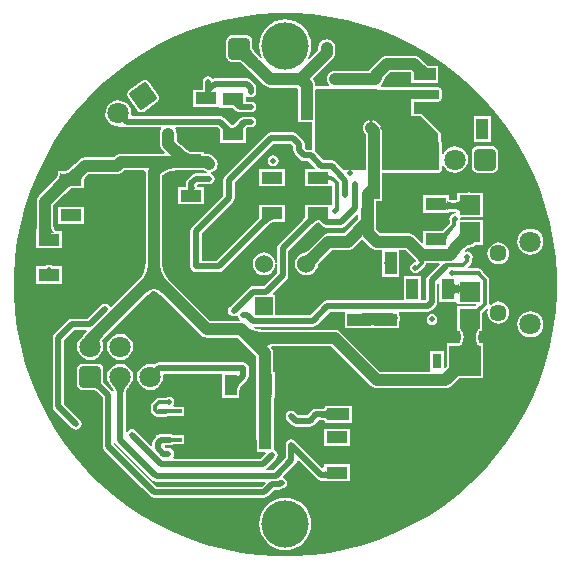
<source format=gbl>
G04*
G04 #@! TF.GenerationSoftware,Altium Limited,Altium Designer,18.1.9 (240)*
G04*
G04 Layer_Physical_Order=2*
G04 Layer_Color=16711680*
%FSLAX25Y25*%
%MOIN*%
G70*
G01*
G75*
%ADD11C,0.01968*%
%ADD15R,0.03000X0.05000*%
%ADD16R,0.10512X0.10000*%
%ADD18R,0.06890X0.06693*%
%ADD32R,0.07362X0.04055*%
%ADD34R,0.07087X0.04134*%
%ADD35R,0.04055X0.07362*%
G04:AMPARAMS|DCode=36|XSize=70.87mil|YSize=70.87mil|CornerRadius=8.86mil|HoleSize=0mil|Usage=FLASHONLY|Rotation=180.000|XOffset=0mil|YOffset=0mil|HoleType=Round|Shape=RoundedRectangle|*
%AMROUNDEDRECTD36*
21,1,0.07087,0.05315,0,0,180.0*
21,1,0.05315,0.07087,0,0,180.0*
1,1,0.01772,-0.02657,0.02657*
1,1,0.01772,0.02657,0.02657*
1,1,0.01772,0.02657,-0.02657*
1,1,0.01772,-0.02657,-0.02657*
%
%ADD36ROUNDEDRECTD36*%
%ADD37C,0.07087*%
%ADD38C,0.05709*%
G04:AMPARAMS|DCode=39|XSize=70.87mil|YSize=70.87mil|CornerRadius=8.86mil|HoleSize=0mil|Usage=FLASHONLY|Rotation=215.000|XOffset=0mil|YOffset=0mil|HoleType=Round|Shape=RoundedRectangle|*
%AMROUNDEDRECTD39*
21,1,0.07087,0.05315,0,0,215.0*
21,1,0.05315,0.07087,0,0,215.0*
1,1,0.01772,-0.03701,0.00653*
1,1,0.01772,0.00653,0.03701*
1,1,0.01772,0.03701,-0.00653*
1,1,0.01772,-0.00653,-0.03701*
%
%ADD39ROUNDEDRECTD39*%
%ADD40C,0.06000*%
%ADD41R,0.06000X0.06000*%
%ADD42C,0.01968*%
%ADD44C,0.15748*%
%ADD45C,0.03937*%
%ADD46C,0.02165*%
%ADD47C,0.01378*%
%ADD48R,0.04134X0.07087*%
%ADD49R,0.07874X0.01575*%
G36*
X8880Y90163D02*
X14758Y89390D01*
X20573Y88233D01*
X26300Y86699D01*
X31914Y84793D01*
X37391Y82524D01*
X42708Y79902D01*
X47843Y76938D01*
X52772Y73644D01*
X57476Y70034D01*
X61933Y66126D01*
X66126Y61933D01*
X70034Y57476D01*
X73644Y52772D01*
X76938Y47843D01*
X79902Y42708D01*
X82524Y37391D01*
X84793Y31914D01*
X86699Y26300D01*
X88233Y20573D01*
X89390Y14758D01*
X90163Y8880D01*
X90551Y2964D01*
Y0D01*
Y-2964D01*
X90163Y-8880D01*
X89390Y-14758D01*
X88233Y-20573D01*
X86699Y-26300D01*
X84793Y-31914D01*
X82524Y-37391D01*
X79902Y-42708D01*
X76938Y-47843D01*
X73644Y-52772D01*
X70034Y-57476D01*
X66126Y-61933D01*
X61933Y-66126D01*
X57476Y-70034D01*
X52772Y-73644D01*
X47843Y-76938D01*
X42708Y-79902D01*
X37391Y-82524D01*
X31914Y-84793D01*
X26300Y-86699D01*
X20573Y-88233D01*
X14758Y-89390D01*
X8880Y-90163D01*
X2964Y-90551D01*
X-2964D01*
X-8880Y-90163D01*
X-14758Y-89390D01*
X-20573Y-88233D01*
X-26300Y-86699D01*
X-31914Y-84793D01*
X-37391Y-82524D01*
X-42708Y-79902D01*
X-47843Y-76938D01*
X-52772Y-73644D01*
X-57476Y-70034D01*
X-61933Y-66126D01*
X-66126Y-61933D01*
X-70034Y-57476D01*
X-73644Y-52772D01*
X-76938Y-47843D01*
X-79902Y-42708D01*
X-82524Y-37391D01*
X-84793Y-31914D01*
X-86699Y-26300D01*
X-88233Y-20573D01*
X-89390Y-14758D01*
X-90163Y-8880D01*
X-90551Y-2964D01*
Y0D01*
Y2964D01*
X-90163Y8880D01*
X-89390Y14758D01*
X-88233Y20573D01*
X-86699Y26300D01*
X-84793Y31914D01*
X-82524Y37391D01*
X-79902Y42708D01*
X-76938Y47843D01*
X-73644Y52772D01*
X-70034Y57476D01*
X-66126Y61933D01*
X-61933Y66126D01*
X-57476Y70034D01*
X-52772Y73644D01*
X-47843Y76938D01*
X-42708Y79902D01*
X-37391Y82524D01*
X-31914Y84793D01*
X-26300Y86699D01*
X-20573Y88233D01*
X-14758Y89390D01*
X-8880Y90163D01*
X-2964Y90551D01*
X2964D01*
X8880Y90163D01*
D02*
G37*
%LPC*%
G36*
X0Y88428D02*
X-1698Y88261D01*
X-3331Y87765D01*
X-4835Y86961D01*
X-6154Y85879D01*
X-7237Y84560D01*
X-8041Y83055D01*
X-8536Y81422D01*
X-8703Y79724D01*
X-8536Y78026D01*
X-8041Y76394D01*
X-7731Y75814D01*
X-8137Y75513D01*
X-8539Y75915D01*
X-9805Y77277D01*
X-10328Y77930D01*
X-10739Y78520D01*
X-10932Y78857D01*
Y81398D01*
X-11062Y82051D01*
X-11432Y82604D01*
X-11985Y82974D01*
X-12638Y83104D01*
X-17953D01*
X-18606Y82974D01*
X-19159Y82604D01*
X-19529Y82051D01*
X-19659Y81398D01*
Y76083D01*
X-19529Y75430D01*
X-19159Y74876D01*
X-18606Y74506D01*
X-17953Y74377D01*
X-15412D01*
X-15075Y74184D01*
X-14494Y73779D01*
X-13094Y72593D01*
X-12654Y72167D01*
X-7278Y66792D01*
X-7084Y66538D01*
X-6508Y66097D01*
X-5838Y65819D01*
X-5118Y65724D01*
X3967D01*
X4356Y65335D01*
Y63130D01*
X4350D01*
Y54193D01*
X9040D01*
Y45330D01*
X8653Y45013D01*
X8423Y45058D01*
X7145D01*
X6533Y45671D01*
Y46949D01*
X6388Y47679D01*
X5974Y48297D01*
X4063Y50209D01*
X3444Y50622D01*
X2715Y50767D01*
X-4740D01*
X-5469Y50622D01*
X-6088Y50209D01*
X-20048Y36248D01*
X-20462Y35630D01*
X-20607Y34900D01*
Y29724D01*
X-31116Y19215D01*
X-31529Y18597D01*
X-31674Y17867D01*
Y6144D01*
X-31529Y5414D01*
X-31116Y4796D01*
X-30497Y4383D01*
X-29768Y4237D01*
X-22104D01*
X-21374Y4383D01*
X-20755Y4796D01*
X-14400Y11152D01*
X-14312Y11282D01*
X-5489Y20105D01*
X-5281Y20287D01*
X-4974Y20526D01*
X-4694Y20715D01*
X-4444Y20856D01*
X-4229Y20949D01*
X-4191Y20961D01*
X-3439D01*
X-3424Y20958D01*
X-3415Y20961D01*
X-146D01*
Y26669D01*
X-8807D01*
Y23316D01*
X-8809Y23301D01*
X-8807Y23292D01*
Y22324D01*
X-8913Y22175D01*
X-9541Y21447D01*
X-17096Y13892D01*
X-17184Y13761D01*
X-22894Y8051D01*
X-27861D01*
Y17077D01*
X-17352Y27586D01*
X-17352Y27586D01*
X-16938Y28205D01*
X-16793Y28935D01*
X-16793Y28935D01*
Y34110D01*
X-3950Y46954D01*
X1925D01*
X2719Y46159D01*
Y44881D01*
X2864Y44151D01*
X3278Y43532D01*
X5007Y41803D01*
X5625Y41390D01*
X6355Y41245D01*
X7633D01*
X9936Y38942D01*
X9745Y38480D01*
X6496D01*
Y32772D01*
X15157D01*
Y32772D01*
X15654Y32763D01*
Y26678D01*
X15157Y26669D01*
Y26669D01*
X6496D01*
Y23316D01*
X6494Y23301D01*
X6496Y23292D01*
Y22324D01*
X6390Y22175D01*
X5762Y21447D01*
X-2217Y13468D01*
X-2630Y12849D01*
X-2775Y12120D01*
Y7220D01*
X-3275Y7188D01*
X-3290Y7300D01*
X-3381Y7991D01*
X-3763Y8913D01*
X-4370Y9704D01*
X-5161Y10311D01*
X-6082Y10693D01*
X-7071Y10823D01*
X-8060Y10693D01*
X-8981Y10311D01*
X-9772Y9704D01*
X-10379Y8913D01*
X-10761Y7991D01*
X-10891Y7002D01*
X-10761Y6014D01*
X-10379Y5093D01*
X-9772Y4301D01*
X-8981Y3694D01*
X-8060Y3313D01*
X-7071Y3182D01*
X-6082Y3313D01*
X-5161Y3694D01*
X-4370Y4301D01*
X-3763Y5093D01*
X-3381Y6014D01*
X-3290Y6705D01*
X-3275Y6818D01*
X-2775Y6785D01*
Y3901D01*
X-7040Y-363D01*
X-10846D01*
X-10846Y-363D01*
X-11575Y-508D01*
X-12194Y-921D01*
X-12194Y-921D01*
X-18524Y-7252D01*
X-18937Y-7870D01*
X-19083Y-8600D01*
X-18937Y-9329D01*
X-18524Y-9948D01*
X-17906Y-10361D01*
X-17176Y-10507D01*
X-16446Y-10361D01*
X-16364Y-10306D01*
X-15809Y-10537D01*
X-15762Y-10774D01*
X-15348Y-11392D01*
X-15064Y-11582D01*
X-15215Y-12083D01*
X-25010D01*
X-38627Y1535D01*
X-38968Y1901D01*
X-39403Y2444D01*
X-39784Y3006D01*
X-40114Y3587D01*
X-40392Y4187D01*
X-40620Y4808D01*
X-40798Y5452D01*
X-40925Y6119D01*
X-41002Y6811D01*
X-41019Y7310D01*
Y36455D01*
X-40814Y36618D01*
X-40271Y36982D01*
X-39706Y37297D01*
X-39118Y37564D01*
X-38507Y37782D01*
X-37870Y37952D01*
X-37207Y38074D01*
X-36517Y38148D01*
X-36027Y38165D01*
X-27098D01*
X-26685Y37849D01*
X-26184Y37641D01*
X-26283Y37141D01*
X-29724D01*
X-30416Y37003D01*
X-31002Y36612D01*
X-32577Y35037D01*
X-32968Y34451D01*
X-33105Y33760D01*
Y33299D01*
X-33120Y33136D01*
X-33158Y32908D01*
X-33204Y32736D01*
X-33249Y32624D01*
X-33277Y32579D01*
X-35630D01*
Y26870D01*
X-26969D01*
Y32579D01*
X-29322D01*
X-29349Y32624D01*
X-29395Y32736D01*
X-29441Y32908D01*
X-29463Y33042D01*
X-28976Y33528D01*
X-25295D01*
X-24604Y33666D01*
X-24018Y34057D01*
X-23626Y34643D01*
X-23489Y35335D01*
X-23626Y36026D01*
X-24018Y36612D01*
X-24604Y37003D01*
X-24784Y37039D01*
X-24767Y37546D01*
X-24576Y37571D01*
X-23905Y37849D01*
X-23330Y38290D01*
X-22888Y38866D01*
X-22610Y39536D01*
X-22516Y40256D01*
X-22610Y40975D01*
X-22888Y41646D01*
X-23330Y42221D01*
X-24019Y42910D01*
X-24595Y43352D01*
X-25265Y43630D01*
X-25984Y43725D01*
X-26969D01*
Y44390D01*
X-31844D01*
X-32014Y44470D01*
X-32590Y44822D01*
X-33240Y45292D01*
X-34790Y46626D01*
X-35280Y47101D01*
X-36197Y48018D01*
Y50394D01*
X-36291Y51113D01*
X-36569Y51784D01*
X-36677Y51924D01*
X-36430Y52424D01*
X-22443D01*
X-21654Y51634D01*
Y47244D01*
X-12992D01*
Y52136D01*
X-12989Y52153D01*
X-12607Y52426D01*
X-11467D01*
X-10776Y52563D01*
X-10190Y52955D01*
X-9798Y53541D01*
X-9661Y54232D01*
X-9798Y54923D01*
X-10190Y55510D01*
X-10776Y55901D01*
X-11467Y56039D01*
X-13633D01*
X-14324Y55901D01*
X-14910Y55510D01*
X-16624Y53796D01*
X-16770Y53672D01*
X-17007Y53494D01*
X-17238Y53344D01*
X-17462Y53220D01*
X-17680Y53122D01*
X-17731Y53105D01*
X-20305Y55679D01*
X-20924Y56092D01*
X-21654Y56237D01*
X-50841D01*
X-51291Y56737D01*
X-51259Y57467D01*
X-51506Y58581D01*
X-52032Y59592D01*
X-52802Y60433D01*
X-53764Y61045D01*
X-54852Y61388D01*
X-55991Y61438D01*
X-57104Y61191D01*
X-58116Y60665D01*
X-58956Y59894D01*
X-59569Y58933D01*
X-59912Y57845D01*
X-59962Y56706D01*
X-59715Y55593D01*
X-59188Y54581D01*
X-58418Y53741D01*
X-57456Y53128D01*
X-56369Y52785D01*
X-55230Y52735D01*
X-54181Y52968D01*
X-53584Y52569D01*
X-52854Y52424D01*
X-41522D01*
X-41276Y51924D01*
X-41384Y51784D01*
X-41661Y51113D01*
X-41756Y50394D01*
Y46866D01*
X-41661Y46147D01*
X-41384Y45476D01*
X-40942Y44901D01*
X-40228Y44186D01*
X-40419Y43725D01*
X-54807D01*
X-55527Y43630D01*
X-56197Y43352D01*
X-56773Y42910D01*
X-57198Y42485D01*
X-66803D01*
X-67523Y42390D01*
X-68193Y42112D01*
X-68769Y41671D01*
X-70138Y40301D01*
X-71320Y39203D01*
X-71906Y38730D01*
X-72446Y38346D01*
X-72927Y38059D01*
X-73276Y37895D01*
X-74927D01*
X-74928Y37896D01*
X-74931Y37895D01*
X-75798D01*
Y37168D01*
X-75799Y37167D01*
X-75821Y36915D01*
X-75878Y36684D01*
X-75986Y36402D01*
X-76149Y36076D01*
X-76369Y35710D01*
X-76639Y35321D01*
X-77849Y33894D01*
X-77939Y33801D01*
X-82065Y29674D01*
X-82507Y29099D01*
X-82785Y28428D01*
X-82880Y27709D01*
Y20137D01*
X-82889Y19064D01*
X-82938Y17913D01*
X-83071D01*
Y17131D01*
X-83074Y17114D01*
X-83074Y17110D01*
X-83074Y17106D01*
X-83071Y17089D01*
Y12205D01*
X-74410D01*
Y17913D01*
X-76088D01*
X-76359Y17942D01*
X-76510Y17995D01*
X-76643Y18084D01*
X-76780Y18231D01*
X-76921Y18462D01*
X-77054Y18789D01*
X-77169Y19214D01*
X-77256Y19735D01*
X-77310Y20349D01*
X-77320Y20744D01*
Y26557D01*
X-73936Y29942D01*
X-73512Y30350D01*
X-72822Y30960D01*
X-72187Y31464D01*
X-71611Y31860D01*
X-71101Y32150D01*
X-71015Y32187D01*
X-69326D01*
X-69325Y32186D01*
X-69322Y32187D01*
X-67137D01*
Y35068D01*
X-67107Y35118D01*
X-66726Y35653D01*
X-65632Y36926D01*
X-56047D01*
X-55327Y37020D01*
X-54657Y37298D01*
X-54081Y37740D01*
X-53656Y38165D01*
X-46930D01*
X-46579Y37697D01*
Y7310D01*
X-46597Y6811D01*
X-46674Y6119D01*
X-46801Y5452D01*
X-46978Y4808D01*
X-47206Y4187D01*
X-47484Y3587D01*
X-47814Y3006D01*
X-48196Y2444D01*
X-48631Y1901D01*
X-48971Y1535D01*
X-57935Y-7429D01*
X-58502Y-7289D01*
X-58819Y-6815D01*
X-59437Y-6402D01*
X-60167Y-6257D01*
X-60897Y-6402D01*
X-61515Y-6815D01*
X-65982Y-11282D01*
X-71073D01*
X-71802Y-11427D01*
X-72421Y-11841D01*
X-72421Y-11841D01*
X-76962Y-16382D01*
X-77376Y-17001D01*
X-77521Y-17730D01*
Y-40528D01*
X-77376Y-41257D01*
X-76962Y-41876D01*
X-71033Y-47805D01*
X-70415Y-48218D01*
X-69685Y-48363D01*
X-68955Y-48218D01*
X-68337Y-47805D01*
X-67923Y-47186D01*
X-67778Y-46457D01*
X-67923Y-45727D01*
X-68337Y-45108D01*
X-73707Y-39738D01*
Y-18520D01*
X-70283Y-15096D01*
X-66255D01*
X-66063Y-15558D01*
X-67009Y-16503D01*
X-67450Y-17078D01*
X-67462Y-17106D01*
X-68132Y-17620D01*
X-68826Y-18525D01*
X-69262Y-19578D01*
X-69411Y-20709D01*
X-69262Y-21839D01*
X-68826Y-22893D01*
X-68132Y-23797D01*
X-67227Y-24491D01*
X-66174Y-24928D01*
X-65043Y-25077D01*
X-63912Y-24928D01*
X-62859Y-24491D01*
X-61954Y-23797D01*
X-61260Y-22893D01*
X-60824Y-21839D01*
X-60675Y-20709D01*
X-60824Y-19578D01*
X-61132Y-18835D01*
X-61133Y-18824D01*
X-61143Y-18796D01*
X-61122Y-18728D01*
X-61068Y-18610D01*
X-60976Y-18455D01*
X-60850Y-18276D01*
X-60468Y-17824D01*
X-45912Y-3268D01*
X-45526Y-2921D01*
X-45058Y-2593D01*
X-44616Y-2372D01*
X-44199Y-2247D01*
X-43799Y-2207D01*
X-43399Y-2247D01*
X-42983Y-2372D01*
X-42541Y-2593D01*
X-42073Y-2921D01*
X-41686Y-3268D01*
X-28127Y-16828D01*
X-27551Y-17269D01*
X-26881Y-17547D01*
X-26161Y-17642D01*
X-15840D01*
X-13777Y-19706D01*
X-9693Y-23789D01*
Y-33858D01*
Y-50590D01*
X-9598Y-51310D01*
X-9453Y-51661D01*
Y-55650D01*
X-6661D01*
X-6469Y-56112D01*
X-8311Y-57954D01*
X-37204D01*
X-37448Y-57454D01*
X-37165Y-57029D01*
X-37019Y-56299D01*
X-37165Y-55569D01*
X-37578Y-54951D01*
X-38196Y-54538D01*
X-38926Y-54392D01*
X-39882D01*
X-40244Y-54031D01*
X-40036Y-53531D01*
X-38500D01*
X-37770Y-53386D01*
X-37491Y-53199D01*
X-33776D01*
Y-50050D01*
X-37491D01*
X-37770Y-49863D01*
X-38500Y-49718D01*
X-41324D01*
X-42054Y-49863D01*
X-42334Y-50050D01*
X-43224D01*
Y-50828D01*
X-43748Y-51352D01*
X-44162Y-51970D01*
X-44307Y-52700D01*
Y-53493D01*
X-44769Y-53685D01*
X-47390Y-51063D01*
X-47676Y-50635D01*
X-47973Y-50437D01*
X-49758Y-48652D01*
X-50376Y-48238D01*
X-51106Y-48093D01*
X-51836Y-48238D01*
X-52454Y-48652D01*
X-52636Y-48924D01*
X-53136Y-48772D01*
Y-35890D01*
X-53114Y-35720D01*
X-53060Y-35482D01*
X-52983Y-35245D01*
X-52884Y-35008D01*
X-52760Y-34771D01*
X-52611Y-34533D01*
X-52435Y-34294D01*
X-52232Y-34053D01*
X-52074Y-33889D01*
X-51954Y-33797D01*
X-51260Y-32893D01*
X-50824Y-31839D01*
X-50675Y-30709D01*
X-50824Y-29578D01*
X-51260Y-28525D01*
X-51954Y-27620D01*
X-52859Y-26926D01*
X-53913Y-26489D01*
X-55043Y-26340D01*
X-56174Y-26489D01*
X-57227Y-26926D01*
X-58132Y-27620D01*
X-58826Y-28525D01*
X-59262Y-29578D01*
X-59411Y-30709D01*
X-59262Y-31839D01*
X-58826Y-32893D01*
X-58132Y-33797D01*
X-58012Y-33889D01*
X-57854Y-34053D01*
X-57651Y-34293D01*
X-57475Y-34533D01*
X-57326Y-34771D01*
X-57203Y-35008D01*
X-57103Y-35245D01*
X-57027Y-35482D01*
X-57019Y-35516D01*
X-57077Y-35579D01*
X-57713Y-35529D01*
X-57801Y-35396D01*
X-59882Y-33315D01*
X-60221Y-32950D01*
X-60466Y-32645D01*
X-60654Y-32376D01*
X-60680Y-32331D01*
Y-28051D01*
X-60809Y-27398D01*
X-61179Y-26845D01*
X-61733Y-26475D01*
X-62386Y-26345D01*
X-67700D01*
X-68353Y-26475D01*
X-68907Y-26845D01*
X-69277Y-27398D01*
X-69406Y-28051D01*
Y-33366D01*
X-69277Y-34019D01*
X-68907Y-34572D01*
X-68353Y-34942D01*
X-67700Y-35072D01*
X-63420D01*
X-63376Y-35098D01*
X-63115Y-35280D01*
X-62533Y-35774D01*
X-60885Y-37421D01*
Y-53740D01*
X-60747Y-54431D01*
X-60356Y-55017D01*
X-47596Y-67777D01*
X-44896Y-70477D01*
X-44310Y-70869D01*
X-43619Y-71006D01*
X-6978D01*
X-6287Y-70869D01*
X-5701Y-70477D01*
X-3565Y-68342D01*
X-1991D01*
X-1300Y-68204D01*
X-714Y-67813D01*
X-710Y-67809D01*
X-509Y-67769D01*
X77Y-67377D01*
X469Y-66791D01*
X606Y-66100D01*
X469Y-65409D01*
X77Y-64823D01*
X-509Y-64431D01*
X-587Y-64416D01*
X-733Y-63937D01*
X3392Y-59813D01*
X3805Y-59194D01*
X3918Y-58625D01*
X4356Y-58434D01*
X4428Y-58428D01*
X10734Y-64734D01*
X11353Y-65147D01*
X12083Y-65293D01*
X12763D01*
X12894Y-65302D01*
Y-65551D01*
X13673D01*
X13690Y-65555D01*
X13707Y-65551D01*
X21555D01*
Y-59842D01*
X12894D01*
Y-60793D01*
X12394Y-61000D01*
X3392Y-51998D01*
X2773Y-51585D01*
X2043Y-51440D01*
X1314Y-51585D01*
X695Y-51998D01*
X282Y-52617D01*
X137Y-53346D01*
Y-57675D01*
X-3963Y-61774D01*
X-5496D01*
X-5496Y-61774D01*
X-5991Y-61873D01*
X-6317D01*
X-6469Y-61373D01*
X-6073Y-61108D01*
X-3104Y-58140D01*
X-2691Y-57521D01*
X-2546Y-56791D01*
X-2691Y-56062D01*
X-3104Y-55443D01*
X-3723Y-55030D01*
X-3823Y-55010D01*
Y-47529D01*
X-3819Y-47512D01*
X-3823Y-47495D01*
Y-46009D01*
X-3819Y-45992D01*
X-3823Y-45975D01*
Y-38671D01*
X-3819Y-38654D01*
X-3823Y-38636D01*
Y-37854D01*
X-3468Y-37795D01*
Y-37013D01*
X-3465Y-36996D01*
X-3468Y-36979D01*
Y-29950D01*
X-3465Y-29933D01*
X-3468Y-29916D01*
Y-29134D01*
X-3912D01*
X-3924Y-29098D01*
X-3979Y-28837D01*
X-4134Y-26736D01*
Y-22638D01*
X-4228Y-21918D01*
X-4506Y-21248D01*
X-4614Y-21108D01*
X-4396Y-20570D01*
X-4388Y-20569D01*
X-3816Y-20526D01*
X-3511Y-20520D01*
X15289D01*
X28534Y-33766D01*
X29110Y-34207D01*
X29781Y-34485D01*
X30500Y-34580D01*
X53400D01*
X54119Y-34485D01*
X54790Y-34207D01*
X55366Y-33766D01*
X55932Y-33198D01*
X57665Y-31511D01*
X58128Y-31099D01*
X58143Y-31087D01*
X65943D01*
Y-20329D01*
X65947Y-20312D01*
X65943Y-20295D01*
Y-19513D01*
X65220D01*
X65014Y-19488D01*
X64916Y-19449D01*
X64818Y-19375D01*
X64701Y-19233D01*
X64575Y-18999D01*
X64455Y-18665D01*
X64352Y-18231D01*
X64274Y-17703D01*
X64252Y-17428D01*
X64264Y-17249D01*
X64331Y-16711D01*
X64420Y-16267D01*
X64525Y-15922D01*
X64635Y-15681D01*
X64730Y-15542D01*
X64792Y-15486D01*
X64826Y-15471D01*
X64951Y-15453D01*
X65670D01*
Y-14671D01*
X65673Y-14653D01*
X65670Y-14636D01*
Y-9315D01*
X65765Y-9180D01*
X66103Y-8782D01*
X67250Y-7636D01*
X67673Y-7919D01*
X67515Y-8301D01*
X67390Y-9252D01*
X67515Y-10203D01*
X67882Y-11089D01*
X68466Y-11849D01*
X69226Y-12433D01*
X70112Y-12800D01*
X71063Y-12925D01*
X72014Y-12800D01*
X72900Y-12433D01*
X73660Y-11849D01*
X74244Y-11089D01*
X74611Y-10203D01*
X74736Y-9252D01*
X74611Y-8301D01*
X74244Y-7415D01*
X73660Y-6655D01*
X72900Y-6071D01*
X72014Y-5704D01*
X71063Y-5579D01*
X70112Y-5704D01*
X69226Y-6071D01*
X68466Y-6655D01*
X68425Y-6707D01*
X67958Y-6495D01*
X68005Y-6256D01*
Y1553D01*
X67891Y2129D01*
X67564Y2617D01*
X65961Y4220D01*
X65891Y4576D01*
X65564Y5064D01*
X65076Y5391D01*
X64500Y5505D01*
X61030D01*
X60823Y6005D01*
X61772Y6955D01*
X62099Y7443D01*
X62213Y8019D01*
Y8384D01*
X62377Y8629D01*
X62514Y9320D01*
X62377Y10012D01*
X61985Y10598D01*
X61399Y10989D01*
X60708Y11127D01*
X60106Y11007D01*
X59891Y11257D01*
X59814Y11420D01*
X60013Y11613D01*
X60885Y12378D01*
X61319D01*
X62038Y12472D01*
X62709Y12750D01*
X63284Y13192D01*
X63444Y13400D01*
X65847D01*
Y21667D01*
X58648D01*
X58331Y22054D01*
X58333Y22061D01*
X58331Y22068D01*
X58648Y22455D01*
X65847D01*
Y30723D01*
X61928D01*
X61319Y30844D01*
X60710Y30723D01*
X57382D01*
Y28450D01*
X57359Y28429D01*
X57287Y28385D01*
X57153Y28331D01*
X56956Y28278D01*
X56699Y28236D01*
X56513Y28219D01*
X55542D01*
X55356Y28236D01*
X55099Y28278D01*
X54902Y28331D01*
X54768Y28385D01*
X54696Y28430D01*
X54672Y28452D01*
Y29757D01*
X46010D01*
Y24049D01*
X53857D01*
X53875Y24045D01*
X53892Y24049D01*
X54672D01*
Y24349D01*
X55426Y24406D01*
X56513D01*
X56699Y24390D01*
X56812Y24371D01*
X56832Y24317D01*
X56561Y23919D01*
X56470Y23856D01*
X55835Y23730D01*
X55249Y23338D01*
X54857Y22752D01*
X54720Y22061D01*
X54857Y21370D01*
X54892Y21318D01*
Y20434D01*
X52912Y18453D01*
X52673Y18232D01*
X52476Y18074D01*
X52304Y17954D01*
X52291Y17946D01*
X46010D01*
Y14156D01*
X45510Y13949D01*
X43163Y16296D01*
X42587Y16738D01*
X41917Y17016D01*
X41198Y17110D01*
X31749D01*
X30373Y18487D01*
Y19820D01*
X30278Y20540D01*
X30227Y20663D01*
Y27815D01*
X32387D01*
Y36752D01*
X32351D01*
Y37386D01*
X51288D01*
X51595Y37447D01*
X51856Y37621D01*
X52030Y37882D01*
X52091Y38189D01*
Y39839D01*
X52591Y39939D01*
X52753Y39548D01*
X53447Y38644D01*
X54351Y37949D01*
X55405Y37513D01*
X56535Y37364D01*
X57666Y37513D01*
X58719Y37949D01*
X59624Y38644D01*
X60318Y39548D01*
X60755Y40602D01*
X60904Y41732D01*
X60755Y42863D01*
X60318Y43916D01*
X59624Y44821D01*
X58719Y45515D01*
X57666Y45952D01*
X56535Y46100D01*
X55405Y45952D01*
X54351Y45515D01*
X53447Y44821D01*
X52753Y43916D01*
X52591Y43526D01*
X52091Y43625D01*
Y47657D01*
X52030Y47965D01*
X51856Y48225D01*
X51787Y48271D01*
Y50518D01*
X51726Y50825D01*
X51552Y51085D01*
X45908Y56729D01*
X45648Y56903D01*
X45341Y56964D01*
X42791D01*
Y60988D01*
X50925D01*
X51061Y61016D01*
X51198Y61036D01*
X51214Y61046D01*
X51232Y61050D01*
X51348Y61127D01*
X51466Y61198D01*
X51829Y61530D01*
X51840Y61545D01*
X51856Y61555D01*
X51933Y61670D01*
X52015Y61782D01*
X52019Y61800D01*
X52030Y61815D01*
X52057Y61951D01*
X52090Y62086D01*
X52087Y62104D01*
X52091Y62122D01*
Y64960D01*
X52061Y65110D01*
X52033Y65260D01*
X52030Y65263D01*
X52030Y65267D01*
X51945Y65394D01*
X51861Y65522D01*
X51858Y65524D01*
X51856Y65527D01*
X51729Y65612D01*
X51602Y65698D01*
X51599Y65699D01*
X51595Y65701D01*
X51445Y65731D01*
X51296Y65762D01*
X31937Y65947D01*
X31769Y66448D01*
X31887Y66538D01*
X32280Y66932D01*
X32722Y67508D01*
X33000Y68178D01*
X33095Y68898D01*
Y68927D01*
X35010Y70842D01*
X41841D01*
X41988Y70695D01*
Y67343D01*
X50925D01*
Y72972D01*
X47573D01*
X44958Y75588D01*
X44382Y76029D01*
X43712Y76307D01*
X42992Y76402D01*
X33858D01*
X33139Y76307D01*
X32468Y76029D01*
X31893Y75588D01*
X28349Y72044D01*
X27908Y71469D01*
X27831Y71284D01*
X16535D01*
X15816Y71189D01*
X15146Y70911D01*
X14570Y70469D01*
X14128Y69894D01*
X13850Y69223D01*
X13756Y68504D01*
X13850Y67785D01*
X14128Y67114D01*
X14513Y66613D01*
X14381Y66114D01*
X10278Y66153D01*
X10219Y66205D01*
X10146Y66272D01*
X9947Y66495D01*
X9902Y66591D01*
X9821Y67206D01*
X9543Y67876D01*
X9101Y68452D01*
X9049Y68504D01*
X15745Y75200D01*
X16187Y75775D01*
X16465Y76446D01*
X16559Y77165D01*
Y79059D01*
X16465Y79778D01*
X16187Y80449D01*
X15745Y81025D01*
X15169Y81466D01*
X14499Y81744D01*
X13780Y81839D01*
X13060Y81744D01*
X12390Y81466D01*
X11814Y81025D01*
X11372Y80449D01*
X11095Y79778D01*
X11000Y79059D01*
Y78317D01*
X8069Y75386D01*
X7663Y75687D01*
X8041Y76394D01*
X8536Y78026D01*
X8703Y79724D01*
X8536Y81422D01*
X8041Y83055D01*
X7237Y84560D01*
X6154Y85879D01*
X4835Y86961D01*
X3331Y87765D01*
X1698Y88261D01*
X0Y88428D01*
D02*
G37*
G36*
X-25640Y69424D02*
X-26332Y69287D01*
X-26918Y68895D01*
X-27309Y68309D01*
X-27447Y67618D01*
Y64961D01*
X-30610D01*
Y59252D01*
X-21949D01*
X-21654Y59055D01*
Y59055D01*
X-17467D01*
X-16386Y57975D01*
X-15800Y57583D01*
X-15109Y57446D01*
X-11467D01*
X-10776Y57583D01*
X-10190Y57975D01*
X-9798Y58561D01*
X-9661Y59252D01*
X-9798Y59943D01*
X-10190Y60529D01*
X-10776Y60921D01*
X-11467Y61058D01*
X-12992D01*
Y62559D01*
X-12492Y62826D01*
X-12158Y62603D01*
X-11467Y62465D01*
X-10776Y62603D01*
X-10190Y62994D01*
X-9798Y63580D01*
X-9661Y64272D01*
Y65748D01*
X-9798Y66439D01*
X-10190Y67025D01*
X-11469Y68305D01*
X-12055Y68696D01*
X-12747Y68834D01*
X-23475D01*
X-24166Y68696D01*
X-24211Y68667D01*
X-24363Y68895D01*
X-24949Y69287D01*
X-25640Y69424D01*
D02*
G37*
G36*
X-46470Y68204D02*
X-47135Y68189D01*
X-47745Y67921D01*
X-52098Y64872D01*
X-52559Y64392D01*
X-52800Y63771D01*
X-52785Y63106D01*
X-52517Y62497D01*
X-49469Y58143D01*
X-48988Y57682D01*
X-48368Y57441D01*
X-47702Y57456D01*
X-47093Y57724D01*
X-42739Y60772D01*
X-42279Y61253D01*
X-42037Y61874D01*
X-42052Y62539D01*
X-42320Y63148D01*
X-45369Y67502D01*
X-45849Y67962D01*
X-46470Y68204D01*
D02*
G37*
G36*
X68504Y56319D02*
X62795D01*
Y47657D01*
X68504D01*
Y56319D01*
D02*
G37*
G36*
X-4000Y43106D02*
X-4691Y42969D01*
X-5277Y42577D01*
X-5669Y41991D01*
X-5806Y41300D01*
X-5669Y40609D01*
X-5277Y40023D01*
X-4691Y39631D01*
X-4000Y39494D01*
X-3309Y39631D01*
X-2723Y40023D01*
X-2331Y40609D01*
X-2194Y41300D01*
X-2331Y41991D01*
X-2723Y42577D01*
X-3309Y42969D01*
X-4000Y43106D01*
D02*
G37*
G36*
X69193Y46096D02*
X63878D01*
X63225Y45966D01*
X62672Y45596D01*
X62302Y45043D01*
X62172Y44390D01*
Y39075D01*
X62302Y38422D01*
X62672Y37868D01*
X63225Y37499D01*
X63878Y37369D01*
X69193D01*
X69846Y37499D01*
X70399Y37868D01*
X70769Y38422D01*
X70899Y39075D01*
Y44390D01*
X70769Y45043D01*
X70399Y45596D01*
X69846Y45966D01*
X69193Y46096D01*
D02*
G37*
G36*
X-146Y38480D02*
X-8807D01*
Y32772D01*
X-146D01*
Y38480D01*
D02*
G37*
G36*
X-67137Y26084D02*
X-75798D01*
Y20376D01*
X-67137D01*
Y26084D01*
D02*
G37*
G36*
X81693Y18738D02*
X80562Y18589D01*
X79509Y18153D01*
X78604Y17459D01*
X77910Y16554D01*
X77474Y15501D01*
X77325Y14370D01*
X77474Y13239D01*
X77910Y12186D01*
X78604Y11281D01*
X79509Y10587D01*
X80562Y10151D01*
X81693Y10002D01*
X82823Y10151D01*
X83877Y10587D01*
X84782Y11281D01*
X85476Y12186D01*
X85912Y13239D01*
X86061Y14370D01*
X85912Y15501D01*
X85476Y16554D01*
X84782Y17459D01*
X83877Y18153D01*
X82823Y18589D01*
X81693Y18738D01*
D02*
G37*
G36*
X71063Y14106D02*
X70112Y13981D01*
X69226Y13614D01*
X68466Y13030D01*
X67882Y12270D01*
X67515Y11384D01*
X67390Y10433D01*
X67515Y9482D01*
X67882Y8597D01*
X68466Y7836D01*
X69226Y7252D01*
X70112Y6885D01*
X71063Y6760D01*
X72014Y6885D01*
X72900Y7252D01*
X73660Y7836D01*
X74244Y8597D01*
X74611Y9482D01*
X74736Y10433D01*
X74611Y11384D01*
X74244Y12270D01*
X73660Y13030D01*
X72900Y13614D01*
X72014Y13981D01*
X71063Y14106D01*
D02*
G37*
G36*
X-78740Y6599D02*
X-79431Y6462D01*
X-79969Y6102D01*
X-83071D01*
Y394D01*
X-74410D01*
Y6102D01*
X-77511D01*
X-78049Y6462D01*
X-78740Y6599D01*
D02*
G37*
G36*
X81693Y-8821D02*
X80562Y-8970D01*
X79509Y-9406D01*
X78604Y-10100D01*
X77910Y-11005D01*
X77474Y-12058D01*
X77325Y-13189D01*
X77474Y-14320D01*
X77910Y-15373D01*
X78604Y-16278D01*
X79509Y-16972D01*
X80562Y-17408D01*
X81693Y-17557D01*
X82823Y-17408D01*
X83877Y-16972D01*
X84782Y-16278D01*
X85476Y-15373D01*
X85912Y-14320D01*
X86061Y-13189D01*
X85912Y-12058D01*
X85476Y-11005D01*
X84782Y-10100D01*
X83877Y-9406D01*
X82823Y-8970D01*
X81693Y-8821D01*
D02*
G37*
G36*
X-55043Y-16341D02*
X-56174Y-16489D01*
X-57227Y-16926D01*
X-58132Y-17620D01*
X-58826Y-18525D01*
X-59262Y-19578D01*
X-59411Y-20709D01*
X-59262Y-21839D01*
X-58826Y-22893D01*
X-58132Y-23797D01*
X-57227Y-24491D01*
X-56174Y-24928D01*
X-55043Y-25077D01*
X-53913Y-24928D01*
X-52859Y-24491D01*
X-51954Y-23797D01*
X-51260Y-22893D01*
X-50824Y-21839D01*
X-50675Y-20709D01*
X-50824Y-19578D01*
X-51260Y-18525D01*
X-51954Y-17620D01*
X-52859Y-16926D01*
X-53913Y-16489D01*
X-55043Y-16341D01*
D02*
G37*
G36*
X-14000Y-25849D02*
X-42090D01*
X-42820Y-25994D01*
X-43439Y-26408D01*
X-43584Y-26625D01*
X-43913Y-26489D01*
X-45043Y-26340D01*
X-46174Y-26489D01*
X-47227Y-26926D01*
X-48132Y-27620D01*
X-48826Y-28525D01*
X-49262Y-29578D01*
X-49411Y-30709D01*
X-49262Y-31839D01*
X-48826Y-32893D01*
X-48132Y-33797D01*
X-47227Y-34492D01*
X-46174Y-34928D01*
X-45043Y-35077D01*
X-43913Y-34928D01*
X-42859Y-34492D01*
X-41954Y-33797D01*
X-41260Y-32893D01*
X-40824Y-31839D01*
X-40675Y-30709D01*
X-40763Y-30038D01*
X-40433Y-29663D01*
X-20988D01*
Y-37795D01*
X-15279D01*
Y-35228D01*
X-15277Y-35218D01*
X-15265Y-34979D01*
X-15235Y-34778D01*
X-15184Y-34573D01*
X-15110Y-34362D01*
X-15012Y-34145D01*
X-14888Y-33920D01*
X-14738Y-33689D01*
X-14560Y-33452D01*
X-14436Y-33306D01*
X-12723Y-31592D01*
X-12331Y-31006D01*
X-12194Y-30315D01*
Y-28260D01*
X-12093Y-27756D01*
X-12238Y-27026D01*
X-12652Y-26408D01*
X-13270Y-25994D01*
X-14000Y-25849D01*
D02*
G37*
G36*
X14047Y-40371D02*
X14030Y-40374D01*
X13248D01*
Y-41097D01*
X13246Y-41116D01*
X13178Y-41153D01*
X13039Y-41203D01*
X12835Y-41251D01*
X12572Y-41290D01*
X12413Y-41302D01*
X10400D01*
X10400Y-41302D01*
X9670Y-41447D01*
X9052Y-41860D01*
X7431Y-43482D01*
X4324D01*
X3392Y-42549D01*
X2773Y-42136D01*
X2043Y-41991D01*
X1314Y-42136D01*
X695Y-42549D01*
X282Y-43168D01*
X137Y-43898D01*
X282Y-44627D01*
X695Y-45246D01*
X2186Y-46736D01*
X2186Y-46737D01*
X2804Y-47150D01*
X3534Y-47295D01*
X8220D01*
X8950Y-47150D01*
X9569Y-46737D01*
X11190Y-45115D01*
X12426D01*
X12576Y-45127D01*
X12841Y-45164D01*
X13047Y-45211D01*
X13190Y-45260D01*
X13248Y-45290D01*
Y-46004D01*
X14030D01*
X14047Y-46007D01*
X14065Y-46004D01*
X22185D01*
Y-40374D01*
X14065D01*
X14047Y-40371D01*
D02*
G37*
G36*
X-38803Y-37367D02*
X-39494Y-37504D01*
X-39739Y-37668D01*
X-42055D01*
X-42631Y-37782D01*
X-43119Y-38109D01*
X-44448Y-39437D01*
X-44774Y-39926D01*
X-44889Y-40502D01*
Y-41835D01*
X-44774Y-42411D01*
X-44448Y-42900D01*
X-43766Y-43582D01*
X-43277Y-43908D01*
X-42701Y-44023D01*
X-39590D01*
X-39014Y-43908D01*
X-38778Y-43750D01*
X-33776D01*
Y-40601D01*
X-37025D01*
X-37292Y-40101D01*
X-37134Y-39865D01*
X-36997Y-39173D01*
X-37134Y-38482D01*
X-37526Y-37896D01*
X-38112Y-37504D01*
X-38803Y-37367D01*
D02*
G37*
G36*
X21555Y-48031D02*
X12894D01*
Y-53740D01*
X21555D01*
Y-48031D01*
D02*
G37*
G36*
X0Y-71021D02*
X-1698Y-71188D01*
X-3331Y-71684D01*
X-4835Y-72488D01*
X-6154Y-73570D01*
X-7237Y-74889D01*
X-8041Y-76394D01*
X-8536Y-78026D01*
X-8703Y-79724D01*
X-8536Y-81422D01*
X-8041Y-83055D01*
X-7237Y-84560D01*
X-6154Y-85879D01*
X-4835Y-86961D01*
X-3331Y-87765D01*
X-1698Y-88261D01*
X0Y-88428D01*
X1698Y-88261D01*
X3331Y-87765D01*
X4835Y-86961D01*
X6154Y-85879D01*
X7237Y-84560D01*
X8041Y-83055D01*
X8536Y-81422D01*
X8703Y-79724D01*
X8536Y-78026D01*
X8041Y-76394D01*
X7237Y-74889D01*
X6154Y-73570D01*
X4835Y-72488D01*
X3331Y-71684D01*
X1698Y-71188D01*
X0Y-71021D01*
D02*
G37*
%LPD*%
G36*
X-11980Y80454D02*
X-12090Y80093D01*
X-12089Y79676D01*
X-11977Y79203D01*
X-11753Y78675D01*
X-11418Y78090D01*
X-10971Y77449D01*
X-10413Y76753D01*
X-8963Y75192D01*
X-11747Y72408D01*
X-12555Y73189D01*
X-14004Y74416D01*
X-14645Y74862D01*
X-15230Y75198D01*
X-15758Y75422D01*
X-16231Y75534D01*
X-16648Y75535D01*
X-17009Y75425D01*
X-17315Y75204D01*
X-11759Y80760D01*
X-11980Y80454D01*
D02*
G37*
G36*
X-12937Y53536D02*
X-13194Y53274D01*
X-13737Y52651D01*
X-13842Y52499D01*
X-13908Y52375D01*
X-13936Y52278D01*
X-13926Y52209D01*
X-13878Y52167D01*
X-13792Y52153D01*
X-18495D01*
X-18217Y52167D01*
X-17939Y52209D01*
X-17660Y52279D01*
X-17382Y52376D01*
X-17104Y52501D01*
X-16825Y52654D01*
X-16547Y52835D01*
X-16268Y53044D01*
X-15990Y53281D01*
X-15711Y53545D01*
X-12937Y53536D01*
D02*
G37*
G36*
X-35332Y46033D02*
X-33738Y44662D01*
X-33036Y44153D01*
X-32395Y43762D01*
X-31818Y43489D01*
X-31303Y43335D01*
X-30850Y43298D01*
X-30460Y43379D01*
X-30133Y43578D01*
X-34830Y39481D01*
X-36196Y39306D01*
X-35799Y38976D01*
X-36573Y38950D01*
X-37323Y38870D01*
X-38047Y38736D01*
X-38746Y38549D01*
X-39419Y38309D01*
X-40068Y38015D01*
X-40690Y37667D01*
X-41288Y37267D01*
X-41860Y36812D01*
X-42407Y36305D01*
X-40551Y40945D01*
Y42913D01*
X-38767Y41436D01*
Y42913D01*
X-38019Y42920D01*
X-37848Y42933D01*
X-38213Y43314D01*
X-39006Y44112D01*
X-36222Y46896D01*
X-35332Y46033D01*
D02*
G37*
G36*
X51288Y64960D02*
Y62122D01*
X50925Y61791D01*
X41988D01*
Y56161D01*
X45341D01*
X50984Y50518D01*
Y47657D01*
X51288D01*
Y38189D01*
X32351D01*
Y51369D01*
X32257Y52089D01*
X31979Y52759D01*
X31537Y53335D01*
X30643Y54229D01*
X30067Y54671D01*
X29397Y54949D01*
X28677Y55044D01*
X27958Y54949D01*
X27287Y54671D01*
X26712Y54229D01*
X26270Y53654D01*
X25992Y52983D01*
X25897Y52264D01*
X25992Y51544D01*
X26270Y50874D01*
X26712Y50298D01*
X26792Y50218D01*
Y38189D01*
X19540D01*
X16818Y40911D01*
X16199Y41325D01*
X15470Y41470D01*
X12802D01*
X9843Y44429D01*
Y54193D01*
X9980D01*
Y63130D01*
X9916D01*
Y64998D01*
X10271Y65350D01*
X51288Y64960D01*
D02*
G37*
G36*
X-65412Y38313D02*
X-66173Y37527D01*
X-67358Y36148D01*
X-67782Y35556D01*
X-68092Y35027D01*
X-68289Y34564D01*
X-68373Y34164D01*
X-68345Y33830D01*
X-68203Y33559D01*
X-67949Y33353D01*
X-74632Y37084D01*
X-74300Y36956D01*
X-73925Y36918D01*
X-73509Y36971D01*
X-73050Y37115D01*
X-72549Y37349D01*
X-72007Y37674D01*
X-71421Y38089D01*
X-70794Y38596D01*
X-69413Y39880D01*
X-65412Y38313D01*
D02*
G37*
G36*
X14356Y36540D02*
X14385Y36493D01*
X14434Y36451D01*
X14503Y36415D01*
X14591Y36384D01*
X14698Y36360D01*
X14826Y36340D01*
X14973Y36326D01*
X15325Y36315D01*
Y34937D01*
X15139Y34934D01*
X14826Y34912D01*
X14698Y34892D01*
X14591Y34868D01*
X14503Y34837D01*
X14434Y34801D01*
X14385Y34759D01*
X14356Y34712D01*
X14346Y34659D01*
Y36593D01*
X14356Y36540D01*
D02*
G37*
G36*
X-69255Y32986D02*
X-69603Y33167D01*
X-69997Y33246D01*
X-70438Y33223D01*
X-70925Y33098D01*
X-71458Y32871D01*
X-72038Y32541D01*
X-72665Y32110D01*
X-73338Y31576D01*
X-74057Y30940D01*
X-74823Y30202D01*
X-77783Y32810D01*
X-77254Y33354D01*
X-76001Y34832D01*
X-75695Y35273D01*
X-75445Y35689D01*
X-75250Y36079D01*
X-75111Y36444D01*
X-75027Y36783D01*
X-74999Y37096D01*
X-69255Y32986D01*
D02*
G37*
G36*
X-30305Y33371D02*
X-30275Y33035D01*
X-30226Y32738D01*
X-30157Y32480D01*
X-30069Y32263D01*
X-29961Y32084D01*
X-29833Y31946D01*
X-29685Y31847D01*
X-29518Y31787D01*
X-29331Y31767D01*
X-33268D01*
X-33081Y31787D01*
X-32913Y31847D01*
X-32766Y31946D01*
X-32638Y32084D01*
X-32530Y32263D01*
X-32441Y32480D01*
X-32372Y32738D01*
X-32323Y33035D01*
X-32293Y33371D01*
X-32283Y33748D01*
X-30315D01*
X-30305Y33371D01*
D02*
G37*
G36*
X58193Y24147D02*
X58171Y24353D01*
X58106Y24537D01*
X57997Y24700D01*
X57845Y24840D01*
X57649Y24959D01*
X57410Y25057D01*
X57126Y25133D01*
X56800Y25187D01*
X56430Y25219D01*
X56022Y25230D01*
X55626Y25226D01*
X54414Y25135D01*
X54219Y25093D01*
X54067Y25043D01*
X53959Y24986D01*
X53894Y24921D01*
X53872Y24848D01*
X53860Y28478D01*
X53883Y28272D01*
X53948Y28088D01*
X54058Y27926D01*
X54210Y27785D01*
X54406Y27666D01*
X54646Y27569D01*
X54929Y27493D01*
X55255Y27439D01*
X55625Y27406D01*
X56027Y27396D01*
X56430Y27406D01*
X56800Y27439D01*
X57126Y27493D01*
X57410Y27569D01*
X57649Y27666D01*
X57845Y27785D01*
X57997Y27926D01*
X58106Y28088D01*
X58171Y28272D01*
X58193Y28478D01*
Y24147D01*
D02*
G37*
G36*
X29225Y24437D02*
X25194D01*
X25248Y24476D01*
X25296Y24594D01*
X25339Y24791D01*
X25376Y25067D01*
X25433Y25854D01*
X25479Y28374D01*
X29416D01*
X29225Y24437D01*
D02*
G37*
G36*
X-3469Y21760D02*
X-3704Y21816D01*
X-3954Y21826D01*
X-4221Y21789D01*
X-4504Y21705D01*
X-4802Y21576D01*
X-5116Y21399D01*
X-5446Y21176D01*
X-5792Y20907D01*
X-6154Y20591D01*
X-6531Y20229D01*
X-9539Y20284D01*
X-9043Y20794D01*
X-8281Y21679D01*
X-8014Y22053D01*
X-7823Y22382D01*
X-7708Y22666D01*
X-7669Y22904D01*
X-7706Y23097D01*
X-7819Y23244D01*
X-8008Y23346D01*
X-3469Y21760D01*
D02*
G37*
G36*
X11834D02*
X14358D01*
X14369Y21759D01*
X14381Y21756D01*
X14394Y21752D01*
X14408Y21745D01*
X14423Y21736D01*
X14438Y21726D01*
X14454Y21714D01*
X14489Y21684D01*
X14507Y21666D01*
X12882Y20229D01*
X12589Y20520D01*
X11213Y21745D01*
X11162Y21760D01*
X11834D01*
X11599Y21816D01*
X11348Y21826D01*
X11082Y21789D01*
X10799Y21705D01*
X10501Y21576D01*
X10187Y21399D01*
X9857Y21176D01*
X9511Y20907D01*
X9149Y20591D01*
X8772Y20229D01*
X5764Y20284D01*
X6259Y20794D01*
X7022Y21679D01*
X7289Y22053D01*
X7480Y22382D01*
X7595Y22666D01*
X7634Y22904D01*
X7597Y23097D01*
X7484Y23244D01*
X7295Y23346D01*
X11834Y21760D01*
D02*
G37*
G36*
X24395Y23245D02*
Y21884D01*
X19621Y17110D01*
X14399D01*
X13680Y17016D01*
X13010Y16738D01*
X12434Y16296D01*
X7521Y11383D01*
X7342Y11209D01*
X6906Y10820D01*
X6877Y10797D01*
X6082Y10693D01*
X5161Y10311D01*
X4370Y9704D01*
X3763Y8913D01*
X3381Y7991D01*
X3251Y7002D01*
X3381Y6014D01*
X3763Y5093D01*
X4370Y4301D01*
X5161Y3694D01*
X6082Y3313D01*
X7071Y3182D01*
X8060Y3313D01*
X8981Y3694D01*
X9772Y4301D01*
X10379Y5093D01*
X10761Y6014D01*
X10861Y6773D01*
X11597Y7597D01*
X15551Y11551D01*
X20772D01*
X21492Y11646D01*
X22162Y11924D01*
X22738Y12365D01*
X25685Y15312D01*
X28632Y12365D01*
X29208Y11924D01*
X29878Y11646D01*
X30598Y11551D01*
X32276D01*
Y7512D01*
X32194Y7100D01*
X32276Y6688D01*
Y2631D01*
X37905D01*
Y11551D01*
X40046D01*
X43419Y8178D01*
X43563Y7983D01*
X43492Y7776D01*
X43308Y7488D01*
X43307Y7488D01*
X42709Y7369D01*
X42123Y6977D01*
X41731Y6391D01*
X41594Y5700D01*
X41731Y5009D01*
X42123Y4423D01*
X42709Y4031D01*
X43400Y3894D01*
X44091Y4031D01*
X44677Y4423D01*
X44783Y4581D01*
X44864Y4636D01*
X46553Y6325D01*
X46880Y6813D01*
X46969Y7260D01*
X51252D01*
X51444Y6798D01*
X50037Y5391D01*
X50024Y5382D01*
X48928Y4287D01*
X48919Y4273D01*
X47460Y2814D01*
X47046Y2195D01*
X46901Y1465D01*
Y-4890D01*
X46670Y-5121D01*
X45257D01*
Y2951D01*
X39548D01*
Y-5121D01*
X14070D01*
X13340Y-5266D01*
X12722Y-5680D01*
X8298Y-10103D01*
X-3284D01*
Y-3352D01*
X-3983D01*
X-4174Y-2890D01*
X480Y1763D01*
X893Y2382D01*
X1038Y3112D01*
Y11330D01*
X9813Y20105D01*
X10022Y20287D01*
X10329Y20526D01*
X10609Y20715D01*
X10859Y20856D01*
X10956Y20898D01*
X11782Y20163D01*
X12393Y19552D01*
X13012Y19138D01*
X13742Y18993D01*
X18700D01*
X19430Y19138D01*
X20048Y19552D01*
X23933Y23436D01*
X24395Y23245D01*
D02*
G37*
G36*
X-78112Y20303D02*
X-78053Y19634D01*
X-77954Y19043D01*
X-77816Y18531D01*
X-77639Y18098D01*
X-77423Y17744D01*
X-77167Y17468D01*
X-76872Y17271D01*
X-76537Y17153D01*
X-76163Y17114D01*
X-82271D01*
X-82233Y17153D01*
X-82198Y17271D01*
X-82168Y17468D01*
X-82142Y17744D01*
X-82087Y19043D01*
X-82069Y21051D01*
X-78132D01*
X-78112Y20303D01*
D02*
G37*
G36*
X54847Y17285D02*
X54566Y16995D01*
X54127Y16479D01*
X53968Y16252D01*
X53849Y16047D01*
X53771Y15863D01*
X53733Y15699D01*
X53735Y15557D01*
X53777Y15436D01*
X53860Y15336D01*
X51786Y17135D01*
X51898Y17064D01*
X52029Y17031D01*
X52178Y17036D01*
X52345Y17078D01*
X52531Y17158D01*
X52735Y17276D01*
X52957Y17431D01*
X53198Y17623D01*
X53734Y18121D01*
X54847Y17285D01*
D02*
G37*
G36*
X62619Y14199D02*
X62453Y14261D01*
X62222Y14234D01*
X61925Y14118D01*
X61564Y13913D01*
X61138Y13619D01*
X60647Y13236D01*
X59469Y12203D01*
X58032Y10814D01*
X55397Y13747D01*
X56047Y14409D01*
X57820Y16470D01*
X58057Y16840D01*
X58212Y17151D01*
X58284Y17403D01*
X58274Y17597D01*
X58181Y17733D01*
X62619Y14199D01*
D02*
G37*
G36*
X46879Y8617D02*
X46316Y7778D01*
X46256Y7657D01*
X46213Y7552D01*
X46187Y7463D01*
X46178Y7389D01*
X44800D01*
X44791Y7463D01*
X44765Y7552D01*
X44722Y7657D01*
X44662Y7778D01*
X44584Y7914D01*
X44376Y8234D01*
X43935Y8831D01*
X47043D01*
X46879Y8617D01*
D02*
G37*
G36*
X11337Y8484D02*
X11096Y8241D01*
X10121Y7149D01*
X10083Y7080D01*
X10071Y7033D01*
X7101Y10002D01*
X7149Y10015D01*
X7218Y10052D01*
X7309Y10115D01*
X7422Y10204D01*
X7890Y10622D01*
X8553Y11268D01*
X11337Y8484D01*
D02*
G37*
G36*
X58017Y-286D02*
X58020Y-286D01*
X58434Y-297D01*
Y-2462D01*
X58020Y-2473D01*
X58017Y-2473D01*
Y-3545D01*
X57995Y-3339D01*
X57930Y-3155D01*
X57821Y-2993D01*
X57668Y-2852D01*
X57472Y-2733D01*
X57233Y-2635D01*
X57136Y-2610D01*
X57040Y-2635D01*
X56801Y-2733D01*
X56605Y-2852D01*
X56452Y-2993D01*
X56343Y-3155D01*
X56278Y-3339D01*
X56256Y-3545D01*
Y-2473D01*
X56253Y-2473D01*
X55839Y-2462D01*
Y-297D01*
X56253Y-286D01*
X56256Y-286D01*
Y786D01*
X56278Y580D01*
X56343Y396D01*
X56452Y234D01*
X56605Y93D01*
X56801Y-26D01*
X57040Y-124D01*
X57136Y-149D01*
X57233Y-124D01*
X57472Y-26D01*
X57668Y93D01*
X57821Y234D01*
X57930Y396D01*
X57995Y580D01*
X58017Y786D01*
Y-286D01*
D02*
G37*
G36*
X-41803Y6752D02*
X-41719Y5999D01*
X-41580Y5270D01*
X-41385Y4563D01*
X-41135Y3879D01*
X-40828Y3219D01*
X-40467Y2581D01*
X-40049Y1967D01*
X-39576Y1376D01*
X-39047Y807D01*
X-41015Y-2792D01*
X-41572Y-2291D01*
X-42129Y-1901D01*
X-42686Y-1623D01*
X-43242Y-1456D01*
X-43799Y-1400D01*
X-44356Y-1456D01*
X-44913Y-1623D01*
X-45469Y-1901D01*
X-46026Y-2291D01*
X-46583Y-2792D01*
X-48552Y807D01*
X-48023Y1376D01*
X-47549Y1967D01*
X-47132Y2581D01*
X-46770Y3219D01*
X-46464Y3879D01*
X-46213Y4563D01*
X-46018Y5270D01*
X-45879Y5999D01*
X-45796Y6752D01*
X-45768Y7528D01*
X-41831D01*
X-41803Y6752D01*
D02*
G37*
G36*
X66013Y-7718D02*
X65612Y-8127D01*
X65566Y-8174D01*
X65129Y-8688D01*
X64971Y-8914D01*
X64852Y-9119D01*
X64773Y-9304D01*
X64735Y-9467D01*
X64736Y-9611D01*
X64777Y-9733D01*
X64858Y-9835D01*
X64450Y-9466D01*
X64058Y-9922D01*
X63823Y-10266D01*
X63641Y-10578D01*
X63511Y-10857D01*
X63432Y-11105D01*
X63406Y-11320D01*
X61436Y-9350D01*
X61652Y-9324D01*
X61899Y-9246D01*
X62179Y-9116D01*
X62491Y-8933D01*
X62835Y-8698D01*
X63211Y-8412D01*
X63248Y-8380D01*
X62823Y-7996D01*
X62934Y-8069D01*
X63063Y-8103D01*
X63211Y-8100D01*
X63378Y-8058D01*
X63563Y-7978D01*
X63767Y-7861D01*
X63990Y-7705D01*
X64232Y-7511D01*
X64418Y-7339D01*
X65038Y-6744D01*
X66013Y-7718D01*
D02*
G37*
G36*
X32006Y-13368D02*
X31258Y-13371D01*
X29894Y-13449D01*
Y-13709D01*
X29859Y-13644D01*
X29753Y-13586D01*
X29576Y-13535D01*
X29329Y-13490D01*
X29279Y-13484D01*
X28423Y-13533D01*
X28227Y-13584D01*
X28109Y-13642D01*
X28069Y-13706D01*
Y-13397D01*
X26362Y-13368D01*
Y-9431D01*
X28329Y-9568D01*
X28423Y-9550D01*
X28699Y-9519D01*
X29486Y-9470D01*
X32006Y-9431D01*
Y-13368D01*
D02*
G37*
G36*
X51359Y243D02*
Y-5710D01*
X57068D01*
X57205Y-6153D01*
Y-6398D01*
X63517D01*
X63713Y-6898D01*
X63708Y-6903D01*
X63509Y-7062D01*
X63337Y-7182D01*
X63332Y-7185D01*
X57205D01*
Y-14636D01*
X57202Y-14653D01*
X57205Y-14671D01*
Y-15453D01*
X57924D01*
X58049Y-15471D01*
X58083Y-15486D01*
X58145Y-15542D01*
X58241Y-15681D01*
X58350Y-15922D01*
X58455Y-16267D01*
X58542Y-16699D01*
X58613Y-17466D01*
X58593Y-17691D01*
X58506Y-18212D01*
X58392Y-18637D01*
X58258Y-18964D01*
X58117Y-19195D01*
X57981Y-19342D01*
X57847Y-19431D01*
X57696Y-19484D01*
X57426Y-19513D01*
X53857D01*
Y-27216D01*
X53397Y-27715D01*
X52931Y-27533D01*
Y-22013D01*
X48357D01*
Y-28587D01*
X48357D01*
X48195Y-29020D01*
X31651D01*
X18406Y-15775D01*
X17830Y-15333D01*
X17160Y-15055D01*
X16440Y-14960D01*
X-7326D01*
X-7780Y-14947D01*
X-8466Y-14883D01*
X-9115Y-14777D01*
X-9729Y-14630D01*
X-10308Y-14443D01*
X-10371Y-14416D01*
X-10271Y-13916D01*
X9088D01*
X9818Y-13771D01*
X10437Y-13358D01*
X14860Y-8935D01*
X19931D01*
Y-14505D01*
X28052D01*
X28069Y-14509D01*
X28086Y-14505D01*
X28868D01*
Y-14505D01*
X29094Y-14508D01*
X29094Y-14508D01*
X29877D01*
X29894Y-14511D01*
X29911Y-14508D01*
X38032D01*
Y-12038D01*
X38277Y-11671D01*
X38414Y-10979D01*
X38277Y-10288D01*
X38032Y-9921D01*
Y-8935D01*
X47460D01*
X48189Y-8789D01*
X48808Y-8376D01*
X50156Y-7028D01*
X50569Y-6409D01*
X50715Y-5680D01*
Y392D01*
X50859Y497D01*
X51359Y243D01*
D02*
G37*
G36*
X-60777Y-16986D02*
X-61049Y-17268D01*
X-61486Y-17785D01*
X-61651Y-18019D01*
X-61780Y-18237D01*
X-61873Y-18440D01*
X-61931Y-18627D01*
X-61953Y-18798D01*
X-61939Y-18953D01*
X-61890Y-19093D01*
X-66523Y-17489D01*
X-63811Y-14452D01*
X-60777Y-16986D01*
D02*
G37*
G36*
X64592Y-14693D02*
X64343Y-14811D01*
X64124Y-15008D01*
X63933Y-15283D01*
X63772Y-15638D01*
X63640Y-16071D01*
X63538Y-16582D01*
X63465Y-17173D01*
X63448Y-17433D01*
X63476Y-17792D01*
X63563Y-18383D01*
X63684Y-18895D01*
X63841Y-19328D01*
X64032Y-19682D01*
X64258Y-19958D01*
X64518Y-20155D01*
X64814Y-20273D01*
X65144Y-20312D01*
X57500D01*
X57875Y-20273D01*
X58209Y-20155D01*
X58504Y-19958D01*
X58760Y-19682D01*
X58977Y-19328D01*
X59154Y-18895D01*
X59292Y-18383D01*
X59390Y-17792D01*
X59419Y-17464D01*
X59337Y-16582D01*
X59235Y-16071D01*
X59103Y-15638D01*
X58942Y-15283D01*
X58751Y-15008D01*
X58532Y-14811D01*
X58283Y-14693D01*
X58005Y-14653D01*
X64870D01*
X64592Y-14693D01*
D02*
G37*
G36*
X-12820Y-13907D02*
X-12311Y-14299D01*
X-11769Y-14644D01*
X-11194Y-14943D01*
X-10587Y-15196D01*
X-9946Y-15403D01*
X-9274Y-15564D01*
X-8568Y-15679D01*
X-7830Y-15748D01*
X-7059Y-15771D01*
X-3122Y-19708D01*
X-3854Y-19724D01*
X-4478Y-19770D01*
X-4991Y-19847D01*
X-5395Y-19954D01*
X-5690Y-20093D01*
X-5875Y-20262D01*
X-5951Y-20462D01*
X-5917Y-20693D01*
X-5774Y-20954D01*
X-5521Y-21246D01*
X-13203Y-19132D01*
X-15987Y-16348D01*
X-13297Y-13470D01*
X-12820Y-13907D01*
D02*
G37*
G36*
X-4938Y-26744D02*
X-4775Y-28949D01*
X-4701Y-29303D01*
X-4613Y-29579D01*
X-4512Y-29776D01*
X-4396Y-29894D01*
X-4268Y-29933D01*
X-8378D01*
X-8473Y-29894D01*
X-8559Y-29776D01*
X-8635Y-29579D01*
X-8700Y-29303D01*
X-8756Y-28949D01*
X-8836Y-28004D01*
X-8877Y-26744D01*
X-8882Y-25996D01*
X-4945D01*
X-4938Y-26744D01*
D02*
G37*
G36*
X57936Y-30276D02*
X57884Y-30285D01*
X57775Y-30354D01*
X57612Y-30484D01*
X57118Y-30923D01*
X54912Y-33072D01*
X52008Y-30408D01*
X54668Y-27520D01*
X57936Y-30276D01*
D02*
G37*
G36*
X-61617Y-31625D02*
X-61671Y-31805D01*
X-61670Y-32013D01*
X-61613Y-32250D01*
X-61501Y-32514D01*
X-61332Y-32807D01*
X-61108Y-33127D01*
X-60829Y-33476D01*
X-60103Y-34257D01*
X-61495Y-35649D01*
X-61899Y-35258D01*
X-62625Y-34643D01*
X-62945Y-34419D01*
X-63238Y-34251D01*
X-63502Y-34139D01*
X-63738Y-34082D01*
X-63946Y-34080D01*
X-64126Y-34135D01*
X-64279Y-34245D01*
X-61507Y-31473D01*
X-61617Y-31625D01*
D02*
G37*
G36*
X-52563Y-33239D02*
X-52828Y-33515D01*
X-53066Y-33796D01*
X-53276Y-34082D01*
X-53457Y-34372D01*
X-53611Y-34666D01*
X-53737Y-34966D01*
X-53835Y-35269D01*
X-53905Y-35578D01*
X-53947Y-35891D01*
X-53961Y-36209D01*
X-56126Y-36208D01*
X-56140Y-35891D01*
X-56182Y-35578D01*
X-56252Y-35269D01*
X-56349Y-34966D01*
X-56475Y-34666D01*
X-56629Y-34372D01*
X-56811Y-34082D01*
X-57020Y-33796D01*
X-57258Y-33515D01*
X-57524Y-33239D01*
X-52563Y-33239D01*
D02*
G37*
G36*
X-4941Y-35465D02*
X-4839Y-36996D01*
X-4268D01*
X-4396Y-37035D01*
X-4512Y-37153D01*
X-4613Y-37350D01*
X-4701Y-37626D01*
X-4773Y-37971D01*
X-4738Y-38496D01*
X-4683Y-38614D01*
X-4622Y-38654D01*
X-4854D01*
X-4918Y-39516D01*
X-4945Y-40933D01*
X-8882D01*
X-8590Y-38654D01*
X-8653D01*
X-8697Y-38614D01*
X-8736Y-38496D01*
X-8770Y-38299D01*
X-8800Y-38024D01*
X-8861Y-36725D01*
X-8882Y-34717D01*
X-4945D01*
X-4941Y-35465D01*
D02*
G37*
G36*
Y-44323D02*
X-4830Y-45992D01*
X-4622D01*
X-4683Y-46031D01*
X-4738Y-46149D01*
X-4787Y-46346D01*
X-4800Y-46434D01*
X-4738Y-47355D01*
X-4683Y-47473D01*
X-4622Y-47512D01*
X-4896D01*
X-4941Y-49181D01*
X-4945Y-49929D01*
X-8882D01*
X-8733Y-47363D01*
X-8736Y-47355D01*
X-8770Y-47158D01*
X-8800Y-46882D01*
X-8861Y-45583D01*
X-8882Y-43575D01*
X-4945D01*
X-4941Y-44323D01*
D02*
G37*
G36*
X13693Y-64752D02*
X13677Y-64698D01*
X13629Y-64650D01*
X13548Y-64607D01*
X13435Y-64570D01*
X13291Y-64539D01*
X13113Y-64514D01*
X12663Y-64480D01*
X12083Y-64468D01*
Y-62303D01*
X12391Y-62298D01*
X12909Y-62256D01*
X13120Y-62219D01*
X13298Y-62171D01*
X13444Y-62113D01*
X13558Y-62045D01*
X13640Y-61965D01*
X13689Y-61876D01*
X13705Y-61775D01*
X13693Y-64752D01*
D02*
G37*
G36*
X-56508Y-52946D02*
X-56391Y-53120D01*
X-44616Y-64895D01*
X-43997Y-65309D01*
X-43963Y-65316D01*
X-43626Y-65541D01*
X-42896Y-65686D01*
X-42896Y-65686D01*
X-6672D01*
X-6481Y-66148D01*
X-7726Y-67394D01*
X-42871D01*
X-45041Y-65223D01*
X-57040Y-53224D01*
X-57008Y-52892D01*
X-56837Y-52844D01*
X-56508Y-52946D01*
D02*
G37*
%LPC*%
G36*
X48908Y-9773D02*
X48217Y-9911D01*
X47631Y-10302D01*
X47239Y-10888D01*
X47102Y-11580D01*
X47239Y-12271D01*
X47631Y-12857D01*
X48217Y-13248D01*
X48908Y-13386D01*
X49599Y-13248D01*
X50185Y-12857D01*
X50577Y-12271D01*
X50714Y-11580D01*
X50577Y-10888D01*
X50185Y-10302D01*
X49599Y-9911D01*
X48908Y-9773D01*
D02*
G37*
%LPD*%
G36*
X-14399Y59933D02*
X-14391Y59919D01*
X-14387Y59906D01*
X-14389Y59896D01*
X-14396Y59887D01*
X-14408Y59879D01*
X-14424Y59874D01*
X-14447Y59870D01*
X-14474Y59867D01*
X-14494Y59867D01*
X-15805Y58556D01*
X-16052Y58805D01*
X-16936Y59814D01*
X-16941Y59853D01*
X-16917Y59866D01*
X-14506D01*
X-14494Y59867D01*
X-14413Y59948D01*
X-14399Y59933D01*
D02*
G37*
G36*
X-14687Y-32394D02*
X-14951Y-32672D01*
X-15188Y-32951D01*
X-15397Y-33229D01*
X-15578Y-33507D01*
X-15731Y-33786D01*
X-15856Y-34064D01*
X-15954Y-34343D01*
X-16023Y-34621D01*
X-16065Y-34899D01*
X-16079Y-35178D01*
Y-29933D01*
X-16065Y-30123D01*
X-16024Y-30263D01*
X-15954Y-30354D01*
X-15858Y-30396D01*
X-15733Y-30389D01*
X-15581Y-30333D01*
X-15401Y-30228D01*
X-15194Y-30074D01*
X-14959Y-29871D01*
X-14696Y-29619D01*
X-14687Y-32394D01*
D02*
G37*
G36*
X14047Y-45204D02*
X14026Y-45031D01*
X13961Y-44876D01*
X13853Y-44739D01*
X13701Y-44620D01*
X13506Y-44520D01*
X13268Y-44438D01*
X12986Y-44374D01*
X12662Y-44328D01*
X12293Y-44300D01*
X11882Y-44291D01*
Y-42126D01*
X12293Y-42116D01*
X12662Y-42088D01*
X12986Y-42040D01*
X13268Y-41974D01*
X13506Y-41888D01*
X13701Y-41783D01*
X13853Y-41659D01*
X13961Y-41516D01*
X14026Y-41354D01*
X14047Y-41173D01*
Y-45204D01*
D02*
G37*
D11*
X-12747Y67028D02*
X-11467Y65748D01*
X-23475Y67028D02*
X-12747D01*
X-25640Y64862D02*
Y67618D01*
Y64272D02*
Y64862D01*
X-31299Y33760D02*
X-29724Y35335D01*
X-31299Y30315D02*
Y33760D01*
X-17176Y61319D02*
X-15109Y59252D01*
X-13633Y54232D02*
X-11467D01*
X-17176Y50689D02*
X-13633Y54232D01*
X-25640Y64862D02*
X-23475Y67028D01*
X-17543Y-33858D02*
X-14000Y-30315D01*
X-65043Y-30709D02*
X-59079Y-36673D01*
X-14000Y-30315D02*
Y-27756D01*
X-59079Y-53740D02*
Y-36673D01*
X-15109Y59252D02*
X-11467D01*
Y64272D02*
Y65748D01*
X-45043Y-30709D02*
X-42090Y-27756D01*
X-41248Y-59760D02*
X-7421D01*
X-49024Y-51983D02*
X-41248Y-59760D01*
X-59079Y-53740D02*
X-46319Y-66500D01*
X-4313Y-66535D02*
X-1991D01*
X-1555Y-66100D01*
X-1200D01*
X-6978Y-69200D02*
X-4313Y-66535D01*
X-43619Y-69200D02*
X-6978D01*
X-46319Y-66500D02*
X-43619Y-69200D01*
X-29724Y35335D02*
X-25295D01*
D15*
X50644Y-25300D02*
D03*
D16*
X59900D02*
D03*
D18*
X61437Y-2264D02*
D03*
Y-11319D02*
D03*
X61614Y26589D02*
D03*
Y17534D02*
D03*
D32*
X17717Y-32008D02*
D03*
Y-43189D02*
D03*
X46457Y70157D02*
D03*
Y58976D02*
D03*
X33563Y-512D02*
D03*
Y-11693D02*
D03*
X24400Y-509D02*
D03*
Y-11691D02*
D03*
D34*
X10827Y35626D02*
D03*
Y23815D02*
D03*
X-4476Y35626D02*
D03*
Y23815D02*
D03*
X17224Y-62697D02*
D03*
Y-50886D02*
D03*
X-26280Y62106D02*
D03*
Y50295D02*
D03*
X-78740Y3248D02*
D03*
Y15059D02*
D03*
X-17323Y50098D02*
D03*
Y61910D02*
D03*
X-31299Y41535D02*
D03*
Y29724D02*
D03*
X50341Y26903D02*
D03*
Y15092D02*
D03*
X-71468Y23230D02*
D03*
Y35041D02*
D03*
D35*
X-17819Y-42323D02*
D03*
X-6638D02*
D03*
X-17819Y-51181D02*
D03*
X-6638D02*
D03*
X40753Y32283D02*
D03*
X29572D02*
D03*
X38391Y20768D02*
D03*
X27209D02*
D03*
X23910Y7100D02*
D03*
X35091D02*
D03*
X-4016Y58661D02*
D03*
X7165D02*
D03*
D36*
X-15295Y78740D02*
D03*
X-65043Y-30709D02*
D03*
X66535Y41732D02*
D03*
D37*
X-25295Y78740D02*
D03*
X-65043Y-20709D02*
D03*
X-55043Y-30709D02*
D03*
X-45043D02*
D03*
Y-20709D02*
D03*
X-55043D02*
D03*
X81693Y-13189D02*
D03*
Y14370D02*
D03*
X56535Y41732D02*
D03*
X-55610Y57087D02*
D03*
D38*
X71063Y10433D02*
D03*
Y-9252D02*
D03*
D39*
X-47419Y62822D02*
D03*
D40*
X-7071Y7002D02*
D03*
X7071D02*
D03*
Y-7140D02*
D03*
D41*
X-7071D02*
D03*
D42*
X6154Y39764D02*
D03*
X36009Y25944D02*
D03*
X-32984Y-20472D02*
D03*
X-1698Y-53299D02*
D03*
X35505Y-21341D02*
D03*
X-16368Y1695D02*
D03*
X13780Y79059D02*
D03*
X20079Y29921D02*
D03*
X21471Y37391D02*
D03*
X36608Y61024D02*
D03*
X38976Y68898D02*
D03*
X20734Y55118D02*
D03*
X24702D02*
D03*
X32646Y52264D02*
D03*
X36614D02*
D03*
X28677D02*
D03*
X28671Y55118D02*
D03*
X20740Y52264D02*
D03*
X24709D02*
D03*
X36608Y55118D02*
D03*
X32639D02*
D03*
X-15354Y71155D02*
D03*
X-41339Y74506D02*
D03*
X-17717Y62205D02*
D03*
X-38976Y50394D02*
D03*
X-51106Y-50000D02*
D03*
X-64492Y-44589D02*
D03*
X-69685Y-46457D02*
D03*
X-24803Y50394D02*
D03*
X-71369Y22344D02*
D03*
X-78740Y4793D02*
D03*
X14937Y-51673D02*
D03*
X2043Y-53346D02*
D03*
X-11467Y54232D02*
D03*
X-6913Y-33858D02*
D03*
Y-50590D02*
D03*
X-14000Y-27756D02*
D03*
X-4453Y-56791D02*
D03*
X-50709Y-55936D02*
D03*
X28308Y17120D02*
D03*
X36608Y-10979D02*
D03*
X48908Y-11580D02*
D03*
X-26809Y-43836D02*
D03*
X-81791Y-14862D02*
D03*
X-4476Y35626D02*
D03*
X2043Y-43898D02*
D03*
X32639Y61024D02*
D03*
X-15181Y-77756D02*
D03*
X-26000Y-77100D02*
D03*
X75295Y32565D02*
D03*
X-51083Y28150D02*
D03*
X-11467Y59252D02*
D03*
Y64272D02*
D03*
X-38926Y-56299D02*
D03*
X-38803Y-39173D02*
D03*
X-39657Y-47244D02*
D03*
X4351Y-62205D02*
D03*
X-29768Y6144D02*
D03*
X-60167Y-8163D02*
D03*
X-17176Y-8600D02*
D03*
X-14000Y-10044D02*
D03*
X16732Y24508D02*
D03*
X11847Y12253D02*
D03*
X-1200Y-66100D02*
D03*
X-2546Y15200D02*
D03*
X17717Y-32008D02*
D03*
X12800Y-13700D02*
D03*
X11100Y1000D02*
D03*
X47460Y-16900D02*
D03*
X50787Y-55500D02*
D03*
X-47227Y-8300D02*
D03*
X-58100Y-6100D02*
D03*
X-64823Y-2700D02*
D03*
X-26800Y-37551D02*
D03*
X2100Y-40572D02*
D03*
X-51181Y-66929D02*
D03*
X7874Y-27559D02*
D03*
X49071Y34500D02*
D03*
X-23700Y-19300D02*
D03*
X-23200Y-50400D02*
D03*
X43508Y19820D02*
D03*
X50500Y-25072D02*
D03*
X56526Y22061D02*
D03*
X-25295Y40256D02*
D03*
Y35335D02*
D03*
X24709Y58169D02*
D03*
X20740D02*
D03*
X28671Y61024D02*
D03*
X-4000Y41300D02*
D03*
X60708Y9320D02*
D03*
X55600Y4000D02*
D03*
X34000Y7100D02*
D03*
X31000Y-600D02*
D03*
X40600Y6200D02*
D03*
X41400Y-1700D02*
D03*
X43400Y5700D02*
D03*
X28677Y58169D02*
D03*
X36614D02*
D03*
X32646D02*
D03*
X23300Y33700D02*
D03*
X65323Y51968D02*
D03*
X-4016Y58661D02*
D03*
X24702Y61024D02*
D03*
X20734D02*
D03*
X30315Y68898D02*
D03*
X16535Y68504D02*
D03*
D44*
X0Y79724D02*
D03*
Y-79724D02*
D03*
D45*
X13780Y77165D02*
Y79059D01*
X5118Y68504D02*
X13780Y77165D01*
X27447Y19116D02*
Y30159D01*
X28677Y52264D02*
X29572Y51369D01*
Y32283D02*
Y51369D01*
X27447Y30159D02*
X29572Y32283D01*
X30315Y68898D02*
Y70079D01*
X33858Y73622D01*
X42992D01*
X46457Y70157D01*
X53445Y51988D02*
X53839D01*
X46457Y58976D02*
X53445Y51988D01*
X53400Y52427D02*
X53839Y51988D01*
X7136Y58691D02*
X7165Y58661D01*
X7136Y58691D02*
Y66486D01*
X5118Y68504D02*
X7136Y66486D01*
X-15295Y78740D02*
X-5118Y68563D01*
Y68504D02*
Y68563D01*
Y68504D02*
X5118D01*
X27593Y17335D02*
X30598Y14331D01*
X-40551Y40945D02*
X-25984D01*
X7071Y7002D02*
X14399Y14331D01*
X-6913Y-33858D02*
Y-22638D01*
Y-50590D02*
Y-33858D01*
X-80100Y15059D02*
Y27709D01*
X-38976Y46866D02*
X-34532Y42421D01*
X-38976Y46866D02*
Y50394D01*
X-43799Y37697D02*
X-40551Y40945D01*
X27593Y17335D02*
Y19820D01*
X35073Y-11399D02*
X35162Y-11310D01*
X59592Y15157D02*
X61319D01*
X-66803Y39705D02*
X-56047D01*
X-54807Y40945D01*
X-65043Y-20709D02*
Y-18468D01*
X-54807Y40945D02*
X-40551D01*
X-43799Y2776D02*
Y37697D01*
X-65043Y-18468D02*
X-43799Y2776D01*
X20772Y14331D02*
X27209Y20768D01*
X14399Y14331D02*
X20772D01*
X-43799Y2776D02*
X-26161Y-14862D01*
X-14689D01*
X-11811Y-17740D02*
X16440D01*
X-14689Y-14862D02*
X-11811Y-17740D01*
X-6913Y-22638D01*
X-71468Y35041D02*
X-66803Y39705D01*
X26362Y-11399D02*
X35073D01*
X59900Y-25300D02*
X61437Y-23763D01*
X56640Y12206D02*
X59592Y15157D01*
X56640Y11884D02*
Y12206D01*
X61437Y-23763D02*
Y-11319D01*
X-25984Y40945D02*
X-25295Y40256D01*
X54796Y10039D02*
X56640Y11884D01*
X45489Y10039D02*
X54796D01*
X30598Y14331D02*
X41198D01*
X43808Y11721D01*
X45489Y10039D01*
X16440Y-17740D02*
X30500Y-31800D01*
X53400D01*
X59900Y-25300D01*
X-80100Y15059D02*
X-78740D01*
X-80100Y27709D02*
X-72868Y34941D01*
X16535Y68504D02*
X29921D01*
X30315Y68898D01*
D46*
X6355Y43152D02*
X8423D01*
X4626Y44881D02*
X6355Y43152D01*
X4626Y44881D02*
Y46949D01*
X2715Y48860D02*
X4626Y46949D01*
X20079Y29921D02*
Y34747D01*
X-52854Y54331D02*
X-21654D01*
X8423Y43152D02*
X12012Y39563D01*
X15470D01*
X18617Y36416D01*
Y36209D02*
Y36416D01*
X-4740Y48860D02*
X2715D01*
X-18012Y50689D02*
X-17176D01*
X-21654Y54331D02*
X-18012Y50689D01*
X-51106Y-50000D02*
X-49123Y-51983D01*
X-55043Y-51772D02*
X-43268Y-63547D01*
X-49123Y-51983D02*
X-49024D01*
X-55043Y-51772D02*
Y-30709D01*
X-43268Y-63547D02*
X-43128D01*
X-75614Y-40528D02*
X-69685Y-46457D01*
X12083Y-63386D02*
X14937D01*
X-22104Y6144D02*
X-15748Y12500D01*
X-29768Y6144D02*
X-22104D01*
X58694Y26313D02*
X61319Y28937D01*
X53523Y-1479D02*
X53623Y-1379D01*
X2043Y-43898D02*
X3534Y-45388D01*
X-7421Y-59760D02*
X-4453Y-56791D01*
X60553Y-1379D02*
X61437Y-2264D01*
X54213Y-1379D02*
X60553D01*
X53623Y-1379D02*
X54213D01*
X-42090Y-27756D02*
X-14000D01*
X-55610Y57087D02*
X-52854Y54331D01*
X2043Y-53346D02*
X12083Y-63386D01*
X2043Y-58465D02*
Y-53346D01*
X-15748Y12500D02*
Y12543D01*
X-4476Y23815D01*
X-75614Y-17730D02*
X-71073Y-13189D01*
X-65192D01*
X-60167Y-8163D01*
X-6250Y-2269D02*
X-869Y3112D01*
X-10846Y-2269D02*
X-6250D01*
X-17176Y-8600D02*
X-10846Y-2269D01*
X-14000Y-10044D02*
X-12811D01*
X-10846Y-12010D01*
X9088D01*
X14070Y-7028D01*
X-43128Y-63547D02*
X-42896Y-63779D01*
X-5594D01*
X-5496Y-63681D01*
X-3173D01*
X2043Y-58465D01*
X-869Y3112D02*
Y12120D01*
X10827Y23815D01*
X-41324Y-51624D02*
X-38500D01*
X-42400Y-52700D02*
X-41324Y-51624D01*
X-42400Y-54571D02*
Y-52700D01*
Y-54571D02*
X-40672Y-56299D01*
X-38926D01*
X3534Y-45388D02*
X8220D01*
X10400Y-43209D01*
X14445D01*
X-75614Y-40528D02*
Y-17730D01*
X50341Y26313D02*
X58694D01*
X-29768Y6144D02*
Y17867D01*
X-18700Y28935D01*
Y34900D01*
X10827Y23815D02*
X13742Y20900D01*
X18700D01*
X23300Y25500D01*
X14070Y-7028D02*
X47460D01*
X48808Y-5680D01*
Y1465D01*
X50276Y2934D01*
Y2938D01*
X51372Y4034D01*
X51376D01*
X53440Y6098D01*
X66142Y42126D02*
X66535Y41732D01*
X-18700Y34900D02*
X-4740Y48860D01*
X23300Y25500D02*
Y33700D01*
X18617Y36209D02*
X20079Y34747D01*
D47*
X16058Y35149D02*
X17159Y34047D01*
Y24935D02*
Y34047D01*
X10827Y35626D02*
X15325D01*
X16058Y35149D02*
Y35356D01*
X16014Y35400D02*
X16058Y35356D01*
X15551Y35400D02*
X16014D01*
X15325Y35626D02*
X15551Y35400D01*
X14445Y-43209D02*
X14937Y-42717D01*
X50341Y15683D02*
X52270D01*
X56398Y19810D01*
Y21933D01*
X-43384Y-41835D02*
X-42701Y-42518D01*
X-43384Y-41835D02*
Y-40502D01*
X-42055Y-39173D01*
X-38803D01*
X-42701Y-42518D02*
X-39590D01*
X64500Y3553D02*
Y4000D01*
Y3553D02*
X66500Y1553D01*
Y-6256D02*
Y1553D01*
X61437Y-11319D02*
X66500Y-6256D01*
X56398Y21933D02*
X56526Y22061D01*
X16732Y24508D02*
X17159Y24935D01*
X59283Y6594D02*
X60708Y8019D01*
Y9320D01*
X53440Y6098D02*
X53937Y6594D01*
X59283D01*
X55600Y4000D02*
X64500D01*
X43000Y10913D02*
X43808Y11721D01*
X45489Y7389D02*
Y10039D01*
X43400Y5700D02*
X43800D01*
X45489Y7389D01*
D48*
X-18134Y-33465D02*
D03*
X-6323D02*
D03*
X53839Y51988D02*
D03*
X65650D02*
D03*
X54213Y-1379D02*
D03*
X42402D02*
D03*
D49*
X-38500Y-51624D02*
D03*
Y-46900D02*
D03*
Y-42176D02*
D03*
M02*

</source>
